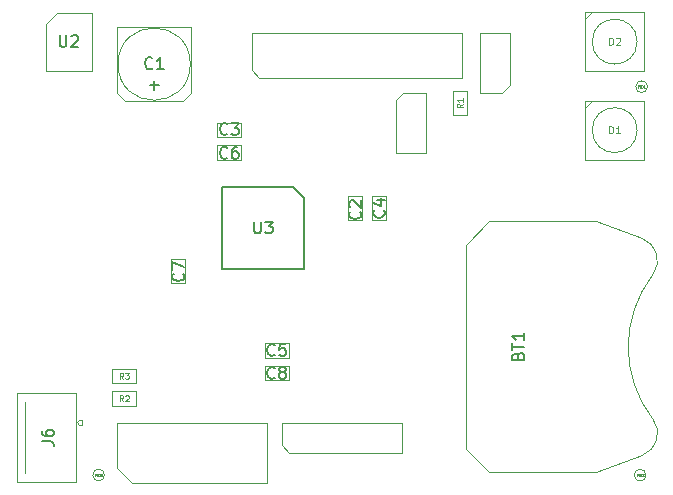
<source format=gbr>
G04 #@! TF.FileFunction,Other,Fab,Top*
%FSLAX46Y46*%
G04 Gerber Fmt 4.6, Leading zero omitted, Abs format (unit mm)*
G04 Created by KiCad (PCBNEW 4.0.7-e2-6376~58~ubuntu16.04.1) date Thu May  2 13:28:59 2019*
%MOMM*%
%LPD*%
G01*
G04 APERTURE LIST*
%ADD10C,0.100000*%
%ADD11C,0.150000*%
%ADD12C,0.060000*%
%ADD13C,0.075000*%
%ADD14C,0.040000*%
G04 APERTURE END LIST*
D10*
X178954412Y-105537000D02*
G75*
G03X178954412Y-105537000I-3059412J0D01*
G01*
X179045000Y-102387000D02*
X172745000Y-102387000D01*
X179045000Y-108017000D02*
X179045000Y-102387000D01*
X178375000Y-108687000D02*
X179045000Y-108017000D01*
X173415000Y-108687000D02*
X178375000Y-108687000D01*
X172745000Y-108017000D02*
X173415000Y-108687000D01*
X172745000Y-102387000D02*
X172745000Y-108017000D01*
X192293000Y-116729000D02*
X193533000Y-116729000D01*
X192293000Y-118729000D02*
X192293000Y-116729000D01*
X193533000Y-118729000D02*
X192293000Y-118729000D01*
X193533000Y-116729000D02*
X193533000Y-118729000D01*
X183245000Y-110505000D02*
X183245000Y-111745000D01*
X181245000Y-110505000D02*
X183245000Y-110505000D01*
X181245000Y-111745000D02*
X181245000Y-110505000D01*
X183245000Y-111745000D02*
X181245000Y-111745000D01*
X194325000Y-116729000D02*
X195565000Y-116729000D01*
X194325000Y-118729000D02*
X194325000Y-116729000D01*
X195565000Y-118729000D02*
X194325000Y-118729000D01*
X195565000Y-116729000D02*
X195565000Y-118729000D01*
X187309000Y-129174000D02*
X187309000Y-130414000D01*
X185309000Y-129174000D02*
X187309000Y-129174000D01*
X185309000Y-130414000D02*
X185309000Y-129174000D01*
X187309000Y-130414000D02*
X185309000Y-130414000D01*
X183245000Y-112410000D02*
X183245000Y-113650000D01*
X181245000Y-112410000D02*
X183245000Y-112410000D01*
X181245000Y-113650000D02*
X181245000Y-112410000D01*
X183245000Y-113650000D02*
X181245000Y-113650000D01*
X178547000Y-124063000D02*
X177307000Y-124063000D01*
X178547000Y-122063000D02*
X178547000Y-124063000D01*
X177307000Y-122063000D02*
X178547000Y-122063000D01*
X177307000Y-124063000D02*
X177307000Y-122063000D01*
X187309000Y-131079000D02*
X187309000Y-132319000D01*
X185309000Y-131079000D02*
X187309000Y-131079000D01*
X185309000Y-132319000D02*
X185309000Y-131079000D01*
X187309000Y-132319000D02*
X185309000Y-132319000D01*
X212384000Y-109225000D02*
X212984000Y-108625000D01*
X217384000Y-108625000D02*
X212384000Y-108625000D01*
X217384000Y-113625000D02*
X217384000Y-108625000D01*
X212384000Y-113625000D02*
X217384000Y-113625000D01*
X212384000Y-108625000D02*
X212384000Y-113625000D01*
X216784000Y-111125000D02*
G75*
G03X216784000Y-111125000I-1900000J0D01*
G01*
X212384000Y-101732000D02*
X212984000Y-101132000D01*
X217384000Y-101132000D02*
X212384000Y-101132000D01*
X217384000Y-106132000D02*
X217384000Y-101132000D01*
X212384000Y-106132000D02*
X217384000Y-106132000D01*
X212384000Y-101132000D02*
X212384000Y-106132000D01*
X216784000Y-103632000D02*
G75*
G03X216784000Y-103632000I-1900000J0D01*
G01*
X184150000Y-104775000D02*
X184150000Y-106045000D01*
X201930000Y-105410000D02*
X201930000Y-106680000D01*
X184150000Y-104775000D02*
X184150000Y-102870000D01*
X184150000Y-102870000D02*
X201930000Y-102870000D01*
X201930000Y-102870000D02*
X201930000Y-105410000D01*
X201930000Y-106680000D02*
X184785000Y-106680000D01*
X184785000Y-106680000D02*
X184150000Y-106045000D01*
X186690000Y-137795000D02*
X186690000Y-135890000D01*
X186690000Y-135890000D02*
X196850000Y-135890000D01*
X196850000Y-135890000D02*
X196850000Y-138430000D01*
X196850000Y-138430000D02*
X187325000Y-138430000D01*
X187325000Y-138430000D02*
X186690000Y-137795000D01*
X205359000Y-107950000D02*
X203454000Y-107950000D01*
X203454000Y-107950000D02*
X203454000Y-102870000D01*
X203454000Y-102870000D02*
X205994000Y-102870000D01*
X205994000Y-102870000D02*
X205994000Y-107315000D01*
X205994000Y-107315000D02*
X205359000Y-107950000D01*
X196977000Y-107950000D02*
X198882000Y-107950000D01*
X198882000Y-107950000D02*
X198882000Y-113030000D01*
X198882000Y-113030000D02*
X196342000Y-113030000D01*
X196342000Y-113030000D02*
X196342000Y-108585000D01*
X196342000Y-108585000D02*
X196977000Y-107950000D01*
X172720000Y-139700000D02*
X172720000Y-135890000D01*
X172720000Y-135890000D02*
X185420000Y-135890000D01*
X185420000Y-135890000D02*
X185420000Y-140970000D01*
X185420000Y-140970000D02*
X173990000Y-140970000D01*
X173990000Y-140970000D02*
X172720000Y-139700000D01*
X164251000Y-140910000D02*
X169251000Y-140910000D01*
X164949296Y-134160000D02*
X164949296Y-140160000D01*
X164249296Y-133410000D02*
X164249296Y-140910000D01*
X169251000Y-133410000D02*
X169251000Y-140910000D01*
X164251000Y-133410000D02*
X169251000Y-133410000D01*
X169351000Y-135860000D02*
X169551000Y-135660000D01*
X169551000Y-136060000D02*
X169351000Y-135860000D01*
X169761000Y-135660000D02*
X169761000Y-136060000D01*
X169761000Y-135660000D02*
X169551000Y-135660000D01*
X169761000Y-136060000D02*
X169551000Y-136060000D01*
X201183000Y-107839000D02*
X202423000Y-107839000D01*
X201183000Y-109839000D02*
X201183000Y-107839000D01*
X202423000Y-109839000D02*
X201183000Y-109839000D01*
X202423000Y-107839000D02*
X202423000Y-109839000D01*
X174355000Y-133238000D02*
X174355000Y-134478000D01*
X172355000Y-133238000D02*
X174355000Y-133238000D01*
X172355000Y-134478000D02*
X172355000Y-133238000D01*
X174355000Y-134478000D02*
X172355000Y-134478000D01*
X174355000Y-131333000D02*
X174355000Y-132573000D01*
X172355000Y-131333000D02*
X174355000Y-131333000D01*
X172355000Y-132573000D02*
X172355000Y-131333000D01*
X174355000Y-132573000D02*
X172355000Y-132573000D01*
X167706000Y-101182000D02*
X170606000Y-101182000D01*
X170606000Y-101182000D02*
X170606000Y-106082000D01*
X170606000Y-106082000D02*
X166706000Y-106082000D01*
X166706000Y-106082000D02*
X166706000Y-102182000D01*
X166706000Y-102182000D02*
X167706000Y-101182000D01*
D11*
X188612039Y-116911523D02*
X188612039Y-122911523D01*
X188612039Y-122911523D02*
X181612039Y-122911523D01*
X181612039Y-122911523D02*
X181612039Y-115911523D01*
X181612039Y-115911523D02*
X187612039Y-115911523D01*
X187612039Y-115911523D02*
X188612039Y-116911523D01*
D10*
X217207000Y-138667000D02*
X213277000Y-140107000D01*
X213277000Y-140107000D02*
X204277000Y-140107000D01*
X204277000Y-140107000D02*
X202287000Y-138117000D01*
X202287000Y-138117000D02*
X202287000Y-120837000D01*
X202287000Y-120837000D02*
X204277000Y-118847000D01*
X204277000Y-118847000D02*
X213277000Y-118847000D01*
X213277000Y-118847000D02*
X217207000Y-120287000D01*
X217205882Y-120296274D02*
G75*
G02X218107000Y-123377000I-678882J-1870726D01*
G01*
X218103043Y-135571852D02*
G75*
G02X218107000Y-123377000I7933957J6094852D01*
G01*
X218115508Y-135573145D02*
G75*
G02X217207000Y-138667000I-1588508J-1213855D01*
G01*
X217670000Y-107442000D02*
G75*
G03X217670000Y-107442000I-500000J0D01*
G01*
X217543000Y-140335000D02*
G75*
G03X217543000Y-140335000I-500000J0D01*
G01*
X171696000Y-140335000D02*
G75*
G03X171696000Y-140335000I-500000J0D01*
G01*
D11*
X175906429Y-107707952D02*
X175906429Y-106946047D01*
X176287381Y-107326999D02*
X175525476Y-107326999D01*
X175741034Y-105868743D02*
X175693415Y-105916362D01*
X175550558Y-105963981D01*
X175455320Y-105963981D01*
X175312462Y-105916362D01*
X175217224Y-105821124D01*
X175169605Y-105725886D01*
X175121986Y-105535410D01*
X175121986Y-105392552D01*
X175169605Y-105202076D01*
X175217224Y-105106838D01*
X175312462Y-105011600D01*
X175455320Y-104963981D01*
X175550558Y-104963981D01*
X175693415Y-105011600D01*
X175741034Y-105059219D01*
X176693415Y-105963981D02*
X176121986Y-105963981D01*
X176407700Y-105963981D02*
X176407700Y-104963981D01*
X176312462Y-105106838D01*
X176217224Y-105202076D01*
X176121986Y-105249695D01*
X193320943Y-118035366D02*
X193368562Y-118082985D01*
X193416181Y-118225842D01*
X193416181Y-118321080D01*
X193368562Y-118463938D01*
X193273324Y-118559176D01*
X193178086Y-118606795D01*
X192987610Y-118654414D01*
X192844752Y-118654414D01*
X192654276Y-118606795D01*
X192559038Y-118559176D01*
X192463800Y-118463938D01*
X192416181Y-118321080D01*
X192416181Y-118225842D01*
X192463800Y-118082985D01*
X192511419Y-118035366D01*
X192511419Y-117654414D02*
X192463800Y-117606795D01*
X192416181Y-117511557D01*
X192416181Y-117273461D01*
X192463800Y-117178223D01*
X192511419Y-117130604D01*
X192606657Y-117082985D01*
X192701895Y-117082985D01*
X192844752Y-117130604D01*
X193416181Y-117702033D01*
X193416181Y-117082985D01*
X182091034Y-111444043D02*
X182043415Y-111491662D01*
X181900558Y-111539281D01*
X181805320Y-111539281D01*
X181662462Y-111491662D01*
X181567224Y-111396424D01*
X181519605Y-111301186D01*
X181471986Y-111110710D01*
X181471986Y-110967852D01*
X181519605Y-110777376D01*
X181567224Y-110682138D01*
X181662462Y-110586900D01*
X181805320Y-110539281D01*
X181900558Y-110539281D01*
X182043415Y-110586900D01*
X182091034Y-110634519D01*
X182424367Y-110539281D02*
X183043415Y-110539281D01*
X182710081Y-110920233D01*
X182852939Y-110920233D01*
X182948177Y-110967852D01*
X182995796Y-111015471D01*
X183043415Y-111110710D01*
X183043415Y-111348805D01*
X182995796Y-111444043D01*
X182948177Y-111491662D01*
X182852939Y-111539281D01*
X182567224Y-111539281D01*
X182471986Y-111491662D01*
X182424367Y-111444043D01*
X195340243Y-117908366D02*
X195387862Y-117955985D01*
X195435481Y-118098842D01*
X195435481Y-118194080D01*
X195387862Y-118336938D01*
X195292624Y-118432176D01*
X195197386Y-118479795D01*
X195006910Y-118527414D01*
X194864052Y-118527414D01*
X194673576Y-118479795D01*
X194578338Y-118432176D01*
X194483100Y-118336938D01*
X194435481Y-118194080D01*
X194435481Y-118098842D01*
X194483100Y-117955985D01*
X194530719Y-117908366D01*
X194768814Y-117051223D02*
X195435481Y-117051223D01*
X194387862Y-117289319D02*
X195102148Y-117527414D01*
X195102148Y-116908366D01*
X186091534Y-130138443D02*
X186043915Y-130186062D01*
X185901058Y-130233681D01*
X185805820Y-130233681D01*
X185662962Y-130186062D01*
X185567724Y-130090824D01*
X185520105Y-129995586D01*
X185472486Y-129805110D01*
X185472486Y-129662252D01*
X185520105Y-129471776D01*
X185567724Y-129376538D01*
X185662962Y-129281300D01*
X185805820Y-129233681D01*
X185901058Y-129233681D01*
X186043915Y-129281300D01*
X186091534Y-129328919D01*
X186996296Y-129233681D02*
X186520105Y-129233681D01*
X186472486Y-129709871D01*
X186520105Y-129662252D01*
X186615343Y-129614633D01*
X186853439Y-129614633D01*
X186948677Y-129662252D01*
X186996296Y-129709871D01*
X187043915Y-129805110D01*
X187043915Y-130043205D01*
X186996296Y-130138443D01*
X186948677Y-130186062D01*
X186853439Y-130233681D01*
X186615343Y-130233681D01*
X186520105Y-130186062D01*
X186472486Y-130138443D01*
X182091034Y-113450643D02*
X182043415Y-113498262D01*
X181900558Y-113545881D01*
X181805320Y-113545881D01*
X181662462Y-113498262D01*
X181567224Y-113403024D01*
X181519605Y-113307786D01*
X181471986Y-113117310D01*
X181471986Y-112974452D01*
X181519605Y-112783976D01*
X181567224Y-112688738D01*
X181662462Y-112593500D01*
X181805320Y-112545881D01*
X181900558Y-112545881D01*
X182043415Y-112593500D01*
X182091034Y-112641119D01*
X182948177Y-112545881D02*
X182757700Y-112545881D01*
X182662462Y-112593500D01*
X182614843Y-112641119D01*
X182519605Y-112783976D01*
X182471986Y-112974452D01*
X182471986Y-113355405D01*
X182519605Y-113450643D01*
X182567224Y-113498262D01*
X182662462Y-113545881D01*
X182852939Y-113545881D01*
X182948177Y-113498262D01*
X182995796Y-113450643D01*
X183043415Y-113355405D01*
X183043415Y-113117310D01*
X182995796Y-113022071D01*
X182948177Y-112974452D01*
X182852939Y-112926833D01*
X182662462Y-112926833D01*
X182567224Y-112974452D01*
X182519605Y-113022071D01*
X182471986Y-113117310D01*
X178347643Y-123280466D02*
X178395262Y-123328085D01*
X178442881Y-123470942D01*
X178442881Y-123566180D01*
X178395262Y-123709038D01*
X178300024Y-123804276D01*
X178204786Y-123851895D01*
X178014310Y-123899514D01*
X177871452Y-123899514D01*
X177680976Y-123851895D01*
X177585738Y-123804276D01*
X177490500Y-123709038D01*
X177442881Y-123566180D01*
X177442881Y-123470942D01*
X177490500Y-123328085D01*
X177538119Y-123280466D01*
X177442881Y-122947133D02*
X177442881Y-122280466D01*
X178442881Y-122709038D01*
X186091534Y-132081543D02*
X186043915Y-132129162D01*
X185901058Y-132176781D01*
X185805820Y-132176781D01*
X185662962Y-132129162D01*
X185567724Y-132033924D01*
X185520105Y-131938686D01*
X185472486Y-131748210D01*
X185472486Y-131605352D01*
X185520105Y-131414876D01*
X185567724Y-131319638D01*
X185662962Y-131224400D01*
X185805820Y-131176781D01*
X185901058Y-131176781D01*
X186043915Y-131224400D01*
X186091534Y-131272019D01*
X186662962Y-131605352D02*
X186567724Y-131557733D01*
X186520105Y-131510114D01*
X186472486Y-131414876D01*
X186472486Y-131367257D01*
X186520105Y-131272019D01*
X186567724Y-131224400D01*
X186662962Y-131176781D01*
X186853439Y-131176781D01*
X186948677Y-131224400D01*
X186996296Y-131272019D01*
X187043915Y-131367257D01*
X187043915Y-131414876D01*
X186996296Y-131510114D01*
X186948677Y-131557733D01*
X186853439Y-131605352D01*
X186662962Y-131605352D01*
X186567724Y-131652971D01*
X186520105Y-131700590D01*
X186472486Y-131795829D01*
X186472486Y-131986305D01*
X186520105Y-132081543D01*
X186567724Y-132129162D01*
X186662962Y-132176781D01*
X186853439Y-132176781D01*
X186948677Y-132129162D01*
X186996296Y-132081543D01*
X187043915Y-131986305D01*
X187043915Y-131795829D01*
X186996296Y-131700590D01*
X186948677Y-131652971D01*
X186853439Y-131605352D01*
D12*
X214441143Y-111396429D02*
X214441143Y-110796429D01*
X214584000Y-110796429D01*
X214669715Y-110825000D01*
X214726857Y-110882143D01*
X214755429Y-110939286D01*
X214784000Y-111053571D01*
X214784000Y-111139286D01*
X214755429Y-111253571D01*
X214726857Y-111310714D01*
X214669715Y-111367857D01*
X214584000Y-111396429D01*
X214441143Y-111396429D01*
X215355429Y-111396429D02*
X215012572Y-111396429D01*
X215184000Y-111396429D02*
X215184000Y-110796429D01*
X215126857Y-110882143D01*
X215069715Y-110939286D01*
X215012572Y-110967857D01*
X214441143Y-103903429D02*
X214441143Y-103303429D01*
X214584000Y-103303429D01*
X214669715Y-103332000D01*
X214726857Y-103389143D01*
X214755429Y-103446286D01*
X214784000Y-103560571D01*
X214784000Y-103646286D01*
X214755429Y-103760571D01*
X214726857Y-103817714D01*
X214669715Y-103874857D01*
X214584000Y-103903429D01*
X214441143Y-103903429D01*
X215012572Y-103360571D02*
X215041143Y-103332000D01*
X215098286Y-103303429D01*
X215241143Y-103303429D01*
X215298286Y-103332000D01*
X215326857Y-103360571D01*
X215355429Y-103417714D01*
X215355429Y-103474857D01*
X215326857Y-103560571D01*
X214984000Y-103903429D01*
X215355429Y-103903429D01*
D11*
X166381181Y-137480633D02*
X167095467Y-137480633D01*
X167238324Y-137528253D01*
X167333562Y-137623491D01*
X167381181Y-137766348D01*
X167381181Y-137861586D01*
X166381181Y-136575871D02*
X166381181Y-136766348D01*
X166428800Y-136861586D01*
X166476419Y-136909205D01*
X166619276Y-137004443D01*
X166809752Y-137052062D01*
X167190705Y-137052062D01*
X167285943Y-137004443D01*
X167333562Y-136956824D01*
X167381181Y-136861586D01*
X167381181Y-136671109D01*
X167333562Y-136575871D01*
X167285943Y-136528252D01*
X167190705Y-136480633D01*
X166952610Y-136480633D01*
X166857371Y-136528252D01*
X166809752Y-136575871D01*
X166762133Y-136671109D01*
X166762133Y-136861586D01*
X166809752Y-136956824D01*
X166857371Y-137004443D01*
X166952610Y-137052062D01*
D13*
X202029190Y-108922333D02*
X201791095Y-109089000D01*
X202029190Y-109208047D02*
X201529190Y-109208047D01*
X201529190Y-109017571D01*
X201553000Y-108969952D01*
X201576810Y-108946143D01*
X201624429Y-108922333D01*
X201695857Y-108922333D01*
X201743476Y-108946143D01*
X201767286Y-108969952D01*
X201791095Y-109017571D01*
X201791095Y-109208047D01*
X202029190Y-108446143D02*
X202029190Y-108731857D01*
X202029190Y-108589000D02*
X201529190Y-108589000D01*
X201600619Y-108636619D01*
X201648238Y-108684238D01*
X201672048Y-108731857D01*
X173271667Y-134084190D02*
X173105000Y-133846095D01*
X172985953Y-134084190D02*
X172985953Y-133584190D01*
X173176429Y-133584190D01*
X173224048Y-133608000D01*
X173247857Y-133631810D01*
X173271667Y-133679429D01*
X173271667Y-133750857D01*
X173247857Y-133798476D01*
X173224048Y-133822286D01*
X173176429Y-133846095D01*
X172985953Y-133846095D01*
X173462143Y-133631810D02*
X173485953Y-133608000D01*
X173533572Y-133584190D01*
X173652619Y-133584190D01*
X173700238Y-133608000D01*
X173724048Y-133631810D01*
X173747857Y-133679429D01*
X173747857Y-133727048D01*
X173724048Y-133798476D01*
X173438334Y-134084190D01*
X173747857Y-134084190D01*
X173271667Y-132179190D02*
X173105000Y-131941095D01*
X172985953Y-132179190D02*
X172985953Y-131679190D01*
X173176429Y-131679190D01*
X173224048Y-131703000D01*
X173247857Y-131726810D01*
X173271667Y-131774429D01*
X173271667Y-131845857D01*
X173247857Y-131893476D01*
X173224048Y-131917286D01*
X173176429Y-131941095D01*
X172985953Y-131941095D01*
X173438334Y-131679190D02*
X173747857Y-131679190D01*
X173581191Y-131869667D01*
X173652619Y-131869667D01*
X173700238Y-131893476D01*
X173724048Y-131917286D01*
X173747857Y-131964905D01*
X173747857Y-132083952D01*
X173724048Y-132131571D01*
X173700238Y-132155381D01*
X173652619Y-132179190D01*
X173509762Y-132179190D01*
X173462143Y-132155381D01*
X173438334Y-132131571D01*
D11*
X167894095Y-103084381D02*
X167894095Y-103893905D01*
X167941714Y-103989143D01*
X167989333Y-104036762D01*
X168084571Y-104084381D01*
X168275048Y-104084381D01*
X168370286Y-104036762D01*
X168417905Y-103989143D01*
X168465524Y-103893905D01*
X168465524Y-103084381D01*
X168894095Y-103179619D02*
X168941714Y-103132000D01*
X169036952Y-103084381D01*
X169275048Y-103084381D01*
X169370286Y-103132000D01*
X169417905Y-103179619D01*
X169465524Y-103274857D01*
X169465524Y-103370095D01*
X169417905Y-103512952D01*
X168846476Y-104084381D01*
X169465524Y-104084381D01*
X184350134Y-118863904D02*
X184350134Y-119673428D01*
X184397753Y-119768666D01*
X184445372Y-119816285D01*
X184540610Y-119863904D01*
X184731087Y-119863904D01*
X184826325Y-119816285D01*
X184873944Y-119768666D01*
X184921563Y-119673428D01*
X184921563Y-118863904D01*
X185302515Y-118863904D02*
X185921563Y-118863904D01*
X185588229Y-119244856D01*
X185731087Y-119244856D01*
X185826325Y-119292475D01*
X185873944Y-119340094D01*
X185921563Y-119435333D01*
X185921563Y-119673428D01*
X185873944Y-119768666D01*
X185826325Y-119816285D01*
X185731087Y-119863904D01*
X185445372Y-119863904D01*
X185350134Y-119816285D01*
X185302515Y-119768666D01*
X206705571Y-130262714D02*
X206753190Y-130119857D01*
X206800810Y-130072238D01*
X206896048Y-130024619D01*
X207038905Y-130024619D01*
X207134143Y-130072238D01*
X207181762Y-130119857D01*
X207229381Y-130215095D01*
X207229381Y-130596048D01*
X206229381Y-130596048D01*
X206229381Y-130262714D01*
X206277000Y-130167476D01*
X206324619Y-130119857D01*
X206419857Y-130072238D01*
X206515095Y-130072238D01*
X206610333Y-130119857D01*
X206657952Y-130167476D01*
X206705571Y-130262714D01*
X206705571Y-130596048D01*
X206229381Y-129738905D02*
X206229381Y-129167476D01*
X207229381Y-129453191D02*
X206229381Y-129453191D01*
X207229381Y-128310333D02*
X207229381Y-128881762D01*
X207229381Y-128596048D02*
X206229381Y-128596048D01*
X206372238Y-128691286D01*
X206467476Y-128786524D01*
X206515095Y-128881762D01*
D14*
X216955715Y-107427714D02*
X216889048Y-107427714D01*
X216889048Y-107532476D02*
X216889048Y-107332476D01*
X216984286Y-107332476D01*
X217060477Y-107532476D02*
X217060477Y-107332476D01*
X217155715Y-107532476D02*
X217155715Y-107332476D01*
X217203334Y-107332476D01*
X217231906Y-107342000D01*
X217250953Y-107361048D01*
X217260477Y-107380095D01*
X217270001Y-107418190D01*
X217270001Y-107446762D01*
X217260477Y-107484857D01*
X217250953Y-107503905D01*
X217231906Y-107522952D01*
X217203334Y-107532476D01*
X217155715Y-107532476D01*
X217460477Y-107532476D02*
X217346191Y-107532476D01*
X217403334Y-107532476D02*
X217403334Y-107332476D01*
X217384286Y-107361048D01*
X217365239Y-107380095D01*
X217346191Y-107389619D01*
X216828715Y-140320714D02*
X216762048Y-140320714D01*
X216762048Y-140425476D02*
X216762048Y-140225476D01*
X216857286Y-140225476D01*
X216933477Y-140425476D02*
X216933477Y-140225476D01*
X217028715Y-140425476D02*
X217028715Y-140225476D01*
X217076334Y-140225476D01*
X217104906Y-140235000D01*
X217123953Y-140254048D01*
X217133477Y-140273095D01*
X217143001Y-140311190D01*
X217143001Y-140339762D01*
X217133477Y-140377857D01*
X217123953Y-140396905D01*
X217104906Y-140415952D01*
X217076334Y-140425476D01*
X217028715Y-140425476D01*
X217219191Y-140244524D02*
X217228715Y-140235000D01*
X217247763Y-140225476D01*
X217295382Y-140225476D01*
X217314429Y-140235000D01*
X217323953Y-140244524D01*
X217333477Y-140263571D01*
X217333477Y-140282619D01*
X217323953Y-140311190D01*
X217209667Y-140425476D01*
X217333477Y-140425476D01*
X170981715Y-140320714D02*
X170915048Y-140320714D01*
X170915048Y-140425476D02*
X170915048Y-140225476D01*
X171010286Y-140225476D01*
X171086477Y-140425476D02*
X171086477Y-140225476D01*
X171181715Y-140425476D02*
X171181715Y-140225476D01*
X171229334Y-140225476D01*
X171257906Y-140235000D01*
X171276953Y-140254048D01*
X171286477Y-140273095D01*
X171296001Y-140311190D01*
X171296001Y-140339762D01*
X171286477Y-140377857D01*
X171276953Y-140396905D01*
X171257906Y-140415952D01*
X171229334Y-140425476D01*
X171181715Y-140425476D01*
X171362667Y-140225476D02*
X171486477Y-140225476D01*
X171419810Y-140301667D01*
X171448382Y-140301667D01*
X171467429Y-140311190D01*
X171476953Y-140320714D01*
X171486477Y-140339762D01*
X171486477Y-140387381D01*
X171476953Y-140406429D01*
X171467429Y-140415952D01*
X171448382Y-140425476D01*
X171391239Y-140425476D01*
X171372191Y-140415952D01*
X171362667Y-140406429D01*
M02*

</source>
